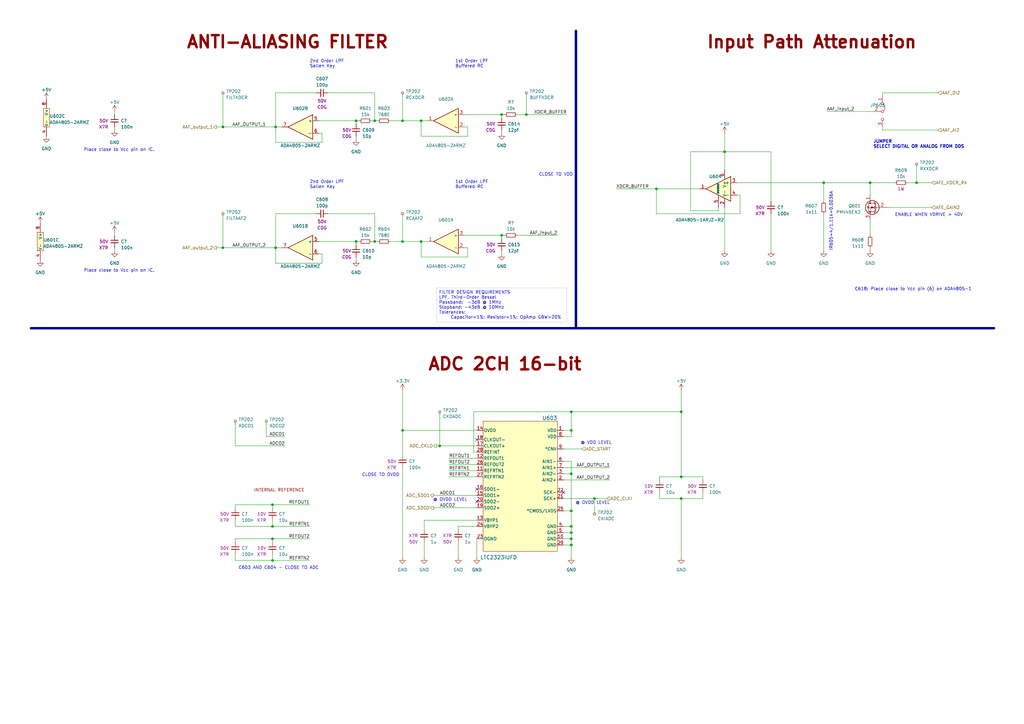
<source format=kicad_sch>
(kicad_sch (version 20230121) (generator eeschema)
  (paper "A3")
  (title_block (title "Velocity Sensor - Version 04") (date "2023-09-07") (rev "A") (company "Swiss Ocean Tech AG") (comment 1 "Designer: SNI, EVE"))
  (lib_symbols
    (symbol "Connector:TestPoint_Small" (pin_numbers hide) (pin_names (offset 0.762) hide)
      (property "Reference" "TP" (at 0 3.81 0))
      (property "Value" "TestPoint_Small" (at 0 2.032 0))
      (symbol "TestPoint_Small_1_1"
        (pin passive line (at 0 0 90) (length 0) (name "1") (number "1"))
      )
    )
    (symbol "Device:C_Small" (pin_numbers hide) (pin_names (offset 0.254) hide)
      (property "Reference" "C" (at 0.254 1.778 0))
      (property "Value" "C_Small" (at 0.254 -2.032 0))
      (symbol "C_Small_1_1"
        (pin passive line (at 0 2.54 270) (length 2.032) (name "~") (number "1"))
        (pin passive line (at 0 -2.54 90) (length 2.032) (name "~") (number "2"))
      )
    )
    (symbol "Device:R_Small" (pin_numbers hide) (pin_names (offset 0.254) hide)
      (property "Reference" "R" (at 0.762 0.508 0))
      (property "Value" "R_Small" (at 0.762 -1.016 0))
      (symbol "R_Small_1_1"
        (pin passive line (at 0 2.54 270) (length 0.762) (name "~") (number "1"))
        (pin passive line (at 0 -2.54 90) (length 0.762) (name "~") (number "2"))
      )
    )
    (symbol "Jumper:Jumper_3_Bridged12" (pin_names (offset 0) hide)
      (property "Reference" "JP" (at -2.54 -2.54 0))
      (property "Value" "Jumper_3_Bridged12" (at 0 2.794 0))
      (symbol "Jumper_3_Bridged12_1_1"
        (pin passive line (at -6.35 0 0) (length 2.54) (name "A") (number "1"))
        (pin passive line (at 0 -3.81 90) (length 2.54) (name "C") (number "2"))
        (pin passive line (at 6.35 0 180) (length 2.54) (name "B") (number "3"))
      )
    )
    (symbol "SOC_ADC:LTC2323IUFD-16-PBF" (pin_names (offset 0.254))
      (property "Reference" "U" (at 24.13 24.13 0))
      (property "Value" "LTC2323IUFD-16-PBF" (at 24.13 21.59 0))
      (symbol "LTC2323IUFD-16-PBF_1_1"
        (pin power_in line (at 5.08 6.35 0) (length 2.54) (name "VDD") (number "1"))
        (pin power_in line (at 5.08 -38.1 0) (length 2.54) (name "GND") (number "10"))
        (pin output line (at 40.64 -10.16 180) (length 2.54) (name "REFRTN1") (number "11"))
        (pin output line (at 40.64 -5.08 180) (length 2.54) (name "REFOUT1") (number "12"))
        (pin output line (at 40.64 -30.48 180) (length 2.54) (name "VBYP1") (number "13"))
        (pin power_in line (at 40.64 6.35 180) (length 2.54) (name "OVDD") (number "14"))
        (pin output line (at 40.64 -20.32 180) (length 2.54) (name "SDO1+") (number "15"))
        (pin output line (at 40.64 -17.78 180) (length 2.54) (name "SDO1-") (number "16"))
        (pin output line (at 40.64 0 180) (length 2.54) (name "CLKOUT+") (number "17"))
        (pin output line (at 40.64 2.54 180) (length 2.54) (name "CLKOUT-") (number "18"))
        (pin output line (at 40.64 -25.4 180) (length 2.54) (name "SDO2+") (number "19"))
        (pin input line (at 5.08 -13.97 0) (length 2.54) (name "AIN2+") (number "2"))
        (pin output line (at 40.64 -22.86 180) (length 2.54) (name "SDO2-") (number "20"))
        (pin input line (at 5.08 -21.59 0) (length 2.54) (name "SCK+") (number "21"))
        (pin input line (at 5.08 -19.05 0) (length 2.54) (name "SCK-") (number "22"))
        (pin power_in line (at 40.64 -38.1 180) (length 2.54) (name "OGND") (number "23"))
        (pin output line (at 40.64 -33.02 180) (length 2.54) (name "VBYP2") (number "24"))
        (pin bidirectional line (at 5.08 -26.67 0) (length 2.54) (name "*CMOS/LVDS") (number "25"))
        (pin output line (at 40.64 -7.62 180) (length 2.54) (name "REFOUT2") (number "26"))
        (pin output line (at 40.64 -12.7 180) (length 2.54) (name "REFRTN2") (number "27"))
        (pin output line (at 40.64 -2.54 180) (length 2.54) (name "REFINT") (number "28"))
        (pin power_in line (at 5.08 -40.64 0) (length 2.54) (name "GND") (number "29"))
        (pin input line (at 5.08 -11.43 0) (length 2.54) (name "AIN2-") (number "3"))
        (pin power_in line (at 5.08 -33.02 0) (length 2.54) (name "GND") (number "4"))
        (pin power_in line (at 5.08 -35.56 0) (length 2.54) (name "GND") (number "5"))
        (pin input line (at 5.08 -6.35 0) (length 2.54) (name "AIN1-") (number "6"))
        (pin input line (at 5.08 -8.89 0) (length 2.54) (name "AIN1+") (number "7"))
        (pin power_in line (at 5.08 3.81 0) (length 2.54) (name "VDD") (number "8"))
        (pin input line (at 5.08 -1.27 0) (length 2.54) (name "*CNV") (number "9"))
      )
    )
    (symbol "SOC_Misc:ADA4805-1ARJZ-R2"
      (property "Reference" "U" (at 20.32 30.48 0))
      (property "Value" "ADA4805-1ARJZ-R2" (at 20.32 21.59 0))
      (symbol "ADA4805-1ARJZ-R2_1_1"
        (pin output line (at 26.67 24.13 180) (length 2.54) (name "~") (number "1"))
        (pin power_in line (at 16.51 16.51 90) (length 3.81) (name "V-") (number "2"))
        (pin input line (at 11.43 26.67 0) (length 2.54) (name "+") (number "3"))
        (pin input line (at 11.43 21.59 0) (length 2.54) (name "-") (number "4"))
        (pin input line (at 19.05 16.51 90) (length 5.08) (name "~{SHUTDOWN}") (number "5"))
        (pin power_in line (at 16.51 31.75 270) (length 3.81) (name "V+") (number "6"))
      )
    )
    (symbol "SOC_Misc:ADA4805-2ARM" (pin_names (offset 0.127))
      (property "Reference" "U" (at 0 5.08 0))
      (property "Value" "ADA4805-2ARMZ" (at 0 -5.08 0))
      (symbol "ADA4805-2ARM_1_1"
        (pin output line (at 7.62 0 180) (length 2.54) (name "~") (number "1"))
        (pin input line (at -7.62 -2.54 0) (length 2.54) (name "-") (number "2"))
        (pin input line (at -7.62 2.54 0) (length 2.54) (name "+") (number "3"))
      )
      (symbol "ADA4805-2ARM_2_1"
        (pin input line (at -7.62 2.54 0) (length 2.54) (name "+") (number "5"))
        (pin input line (at -7.62 -2.54 0) (length 2.54) (name "-") (number "6"))
        (pin output line (at 7.62 0 180) (length 2.54) (name "~") (number "7"))
      )
      (symbol "ADA4805-2ARM_3_1"
        (pin power_in line (at -2.54 -7.62 90) (length 3.81) (name "V-") (number "4"))
        (pin power_in line (at -2.54 7.62 270) (length 3.81) (name "V+") (number "8"))
      )
    )
    (symbol "SOC_Misc:PMV45EN2" (pin_names (offset 0) hide)
      (property "Reference" "Q" (at 5.08 1.905 0))
      (property "Value" "PMV45EN2" (at 5.08 0 0))
      (symbol "PMV45EN2_1_1"
        (pin passive line (at 2.54 5.08 270) (length 2.54) (name "D") (number "1"))
        (pin input line (at -5.08 0 0) (length 5.334) (name "G") (number "2"))
        (pin passive line (at 2.54 -5.08 90) (length 2.54) (name "S") (number "3"))
      )
    )
    (symbol "power:+3.3V" (power) (pin_names (offset 0))
      (property "Value" "+3.3V" (at 0 3.556 0))
      (symbol "+3.3V_1_1"
        (pin power_in line (at 0 0 90) (length 0) hide (name "+3.3V") (number "1"))
      )
    )
    (symbol "power:+5V" (power) (pin_names (offset 0))
      (property "Value" "+5V" (at 0 3.556 0))
      (symbol "+5V_1_1"
        (pin power_in line (at 0 0 90) (length 0) hide (name "+5V") (number "1"))
      )
    )
    (symbol "power:GND" (power) (pin_names (offset 0))
      (property "Value" "GND" (at 0 -3.81 0))
      (symbol "GND_1_1"
        (pin power_in line (at 0 0 270) (length 0) hide (name "GND") (number "1"))
      )
    )
  )
  (junction (at 165.1 49.53))
  (junction (at 146.05 99.06))
  (junction (at 205.74 96.52))
  (junction (at 113.03 52.07))
  (junction (at 153.67 49.53))
  (junction (at 337.82 74.93))
  (junction (at 234.315 194.31))
  (junction (at 111.76 215.9))
  (junction (at 180.34 182.88))
  (junction (at 279.4 204.47))
  (junction (at 172.72 99.06))
  (junction (at 205.74 46.99))
  (junction (at 243.84 204.47))
  (junction (at 234.315 168.91))
  (junction (at 215.9 46.99))
  (junction (at 111.76 220.98))
  (junction (at 234.315 223.52))
  (junction (at 165.1 99.06))
  (junction (at 234.315 220.98))
  (junction (at 279.4 168.91))
  (junction (at 153.67 99.06))
  (junction (at 111.76 207.01))
  (junction (at 165.1 176.53))
  (junction (at 234.315 218.44))
  (junction (at 91.44 52.07))
  (junction (at 111.76 229.87))
  (junction (at 234.315 209.55))
  (junction (at 234.315 215.9))
  (junction (at 356.87 74.93))
  (junction (at 269.24 77.47))
  (junction (at 146.05 49.53))
  (junction (at 297.18 62.23))
  (junction (at 113.03 101.6))
  (junction (at 279.4 195.58))
  (junction (at 172.72 49.53))
  (junction (at 234.315 176.53))
  (junction (at 375.92 74.93))
  (junction (at 91.44 101.6))
  (no_connect (at 195.58 180.34))
  (no_connect (at 195.58 200.66))
  (no_connect (at 231.14 201.93))
  (no_connect (at 195.58 205.74))
  (wire (pts (xy 294.64 85.09) (xy 294.64 86.36)))
  (wire (pts (xy 297.18 85.09) (xy 297.18 102.87)))
  (wire (pts (xy 195.58 182.88) (xy 180.34 182.88)))
  (wire (pts (xy 130.81 104.14) (xy 132.08 104.14)))
  (wire (pts (xy 96.52 229.87) (xy 111.76 229.87)))
  (wire (pts (xy 187.96 215.9) (xy 195.58 215.9)))
  (wire (pts (xy 234.315 176.53) (xy 234.315 179.07)))
  (wire (pts (xy 234.315 223.52) (xy 231.14 223.52)))
  (wire (pts (xy 180.34 182.88) (xy 179.07 182.88)))
  (wire (pts (xy 382.27 74.93) (xy 375.92 74.93)))
  (wire (pts (xy 91.44 101.6) (xy 88.9 101.6)))
  (wire (pts (xy 165.1 49.53) (xy 160.02 49.53)))
  (wire (pts (xy 234.315 228.6) (xy 234.315 223.52)))
  (wire (pts (xy 288.29 204.47) (xy 279.4 204.47)))
  (wire (pts (xy 288.29 195.58) (xy 288.29 196.85)))
  (wire (pts (xy 269.24 77.47) (xy 252.73 77.47)))
  (wire (pts (xy 316.23 87.63) (xy 316.23 102.87)))
  (wire (pts (xy 234.315 209.55) (xy 234.315 215.9)))
  (wire (pts (xy 153.67 87.63) (xy 153.67 99.06)))
  (wire (pts (xy 337.82 74.93) (xy 337.82 82.55)))
  (polyline (pts (xy 236.22 134.62) (xy 407.67 134.62)) (stroke (width 1) (color 0 0 132 1)))
  (wire (pts (xy 234.315 220.98) (xy 231.14 220.98)))
  (wire (pts (xy 187.96 222.25) (xy 187.96 228.6)))
  (wire (pts (xy 205.74 96.52) (xy 190.5 96.52)))
  (wire (pts (xy 248.92 204.47) (xy 243.84 204.47)))
  (wire (pts (xy 165.1 160.02) (xy 165.1 176.53)))
  (wire (pts (xy 180.34 168.91) (xy 180.34 182.88)))
  (wire (pts (xy 215.9 46.99) (xy 212.09 46.99)))
  (wire (pts (xy 109.22 172.72) (xy 109.22 179.07)))
  (wire (pts (xy 172.72 55.88) (xy 172.72 49.53)))
  (wire (pts (xy 195.58 203.2) (xy 177.8 203.2)))
  (wire (pts (xy 191.77 101.6) (xy 191.77 105.41)))
  (wire (pts (xy 228.6 96.52) (xy 212.09 96.52)))
  (wire (pts (xy 303.53 87.63) (xy 303.53 80.01)))
  (wire (pts (xy 361.95 38.1) (xy 361.95 39.37)))
  (wire (pts (xy 356.87 74.93) (xy 356.87 80.01)))
  (wire (pts (xy 215.9 38.1) (xy 215.9 46.99)))
  (wire (pts (xy 243.84 204.47) (xy 231.14 204.47)))
  (wire (pts (xy 207.01 96.52) (xy 205.74 96.52)))
  (wire (pts (xy 195.58 208.28) (xy 177.8 208.28)))
  (wire (pts (xy 146.05 99.06) (xy 130.81 99.06)))
  (wire (pts (xy 165.1 49.53) (xy 172.72 49.53)))
  (wire (pts (xy 303.53 80.01) (xy 302.26 80.01)))
  (wire (pts (xy 111.76 213.36) (xy 111.76 215.9)))
  (wire (pts (xy 96.52 172.72) (xy 96.52 182.88)))
  (wire (pts (xy 172.72 105.41) (xy 172.72 99.06)))
  (wire (pts (xy 132.08 104.14) (xy 132.08 107.95)))
  (wire (pts (xy 96.52 207.01) (xy 96.52 208.28)))
  (wire (pts (xy 232.41 46.99) (xy 215.9 46.99)))
  (wire (pts (xy 96.52 215.9) (xy 111.76 215.9)))
  (wire (pts (xy 111.76 229.87) (xy 127 229.87)))
  (wire (pts (xy 337.82 74.93) (xy 356.87 74.93)))
  (wire (pts (xy 154.94 49.53) (xy 153.67 49.53)))
  (wire (pts (xy 234.315 179.07) (xy 231.14 179.07)))
  (wire (pts (xy 288.29 195.58) (xy 279.4 195.58)))
  (wire (pts (xy 172.72 49.53) (xy 175.26 49.53)))
  (wire (pts (xy 279.4 204.47) (xy 270.51 204.47)))
  (wire (pts (xy 234.315 223.52) (xy 234.315 220.98)))
  (wire (pts (xy 146.05 99.06) (xy 146.05 100.33)))
  (wire (pts (xy 297.18 62.23) (xy 316.23 62.23)))
  (wire (pts (xy 190.5 52.07) (xy 191.77 52.07)))
  (wire (pts (xy 132.08 54.61) (xy 132.08 58.42)))
  (wire (pts (xy 111.76 220.98) (xy 127 220.98)))
  (wire (pts (xy 337.82 87.63) (xy 337.82 102.87)))
  (wire (pts (xy 375.92 67.31) (xy 375.92 74.93)))
  (wire (pts (xy 111.76 227.33) (xy 111.76 229.87)))
  (wire (pts (xy 234.315 220.98) (xy 234.315 218.44)))
  (wire (pts (xy 205.74 46.99) (xy 190.5 46.99)))
  (wire (pts (xy 234.315 189.23) (xy 234.315 194.31)))
  (wire (pts (xy 111.76 207.01) (xy 127 207.01)))
  (wire (pts (xy 165.1 87.63) (xy 165.1 99.06)))
  (wire (pts (xy 113.03 38.1) (xy 113.03 52.07)))
  (wire (pts (xy 113.03 52.07) (xy 91.44 52.07)))
  (wire (pts (xy 283.21 86.36) (xy 283.21 62.23)))
  (wire (pts (xy 146.05 49.53) (xy 146.05 50.8)))
  (wire (pts (xy 283.21 62.23) (xy 297.18 62.23)))
  (wire (pts (xy 187.96 217.17) (xy 187.96 215.9)))
  (wire (pts (xy 250.19 191.77) (xy 231.14 191.77)))
  (wire (pts (xy 109.22 179.07) (xy 116.84 179.07)))
  (wire (pts (xy 205.74 46.99) (xy 205.74 48.26)))
  (wire (pts (xy 111.76 208.28) (xy 111.76 207.01)))
  (wire (pts (xy 194.31 168.91) (xy 194.31 185.42)))
  (wire (pts (xy 153.67 99.06) (xy 152.4 99.06)))
  (wire (pts (xy 172.72 99.06) (xy 175.26 99.06)))
  (wire (pts (xy 147.32 99.06) (xy 146.05 99.06)))
  (wire (pts (xy 134.62 87.63) (xy 153.67 87.63)))
  (wire (pts (xy 195.58 220.98) (xy 195.58 228.6)))
  (wire (pts (xy 195.58 176.53) (xy 165.1 176.53)))
  (wire (pts (xy 279.4 204.47) (xy 279.4 228.6)))
  (wire (pts (xy 234.315 194.31) (xy 234.315 209.55)))
  (wire (pts (xy 113.03 87.63) (xy 113.03 101.6)))
  (wire (pts (xy 91.44 38.1) (xy 91.44 52.07)))
  (wire (pts (xy 207.01 46.99) (xy 205.74 46.99)))
  (wire (pts (xy 195.58 193.04) (xy 184.15 193.04)))
  (wire (pts (xy 195.58 195.58) (xy 184.15 195.58)))
  (wire (pts (xy 375.92 74.93) (xy 372.11 74.93)))
  (wire (pts (xy 113.03 101.6) (xy 115.57 101.6)))
  (wire (pts (xy 113.03 52.07) (xy 115.57 52.07)))
  (wire (pts (xy 46.99 45.72) (xy 46.99 46.99)))
  (wire (pts (xy 297.18 54.61) (xy 297.18 62.23)))
  (wire (pts (xy 129.54 38.1) (xy 113.03 38.1)))
  (wire (pts (xy 146.05 105.41) (xy 146.05 106.68)))
  (wire (pts (xy 297.18 62.23) (xy 297.18 69.85)))
  (wire (pts (xy 91.44 87.63) (xy 91.44 101.6)))
  (wire (pts (xy 205.74 53.34) (xy 205.74 54.61)))
  (wire (pts (xy 270.51 195.58) (xy 279.4 195.58)))
  (wire (pts (xy 238.76 184.15) (xy 231.14 184.15)))
  (wire (pts (xy 234.315 218.44) (xy 234.315 215.9)))
  (wire (pts (xy 279.4 168.91) (xy 234.315 168.91)))
  (wire (pts (xy 130.81 54.61) (xy 132.08 54.61)))
  (wire (pts (xy 269.24 77.47) (xy 287.02 77.47)))
  (wire (pts (xy 339.09 45.72) (xy 358.14 45.72)))
  (wire (pts (xy 134.62 38.1) (xy 153.67 38.1)))
  (wire (pts (xy 234.315 168.91) (xy 194.31 168.91)))
  (wire (pts (xy 132.08 58.42) (xy 113.03 58.42)))
  (wire (pts (xy 153.67 49.53) (xy 152.4 49.53)))
  (wire (pts (xy 243.84 204.47) (xy 243.84 210.82)))
  (wire (pts (xy 234.315 209.55) (xy 231.14 209.55)))
  (wire (pts (xy 279.4 168.91) (xy 279.4 195.58)))
  (wire (pts (xy 113.03 58.42) (xy 113.03 52.07)))
  (wire (pts (xy 154.94 99.06) (xy 153.67 99.06)))
  (wire (pts (xy 146.05 49.53) (xy 130.81 49.53)))
  (wire (pts (xy 113.03 107.95) (xy 113.03 101.6)))
  (wire (pts (xy 250.19 196.85) (xy 231.14 196.85)))
  (wire (pts (xy 173.99 217.17) (xy 173.99 213.36)))
  (wire (pts (xy 172.72 99.06) (xy 165.1 99.06)))
  (wire (pts (xy 191.77 52.07) (xy 191.77 55.88)))
  (wire (pts (xy 111.76 207.01) (xy 96.52 207.01)))
  (wire (pts (xy 132.08 107.95) (xy 113.03 107.95)))
  (wire (pts (xy 96.52 220.98) (xy 96.52 222.25)))
  (wire (pts (xy 269.24 87.63) (xy 303.53 87.63)))
  (wire (pts (xy 384.81 53.34) (xy 361.95 53.34)))
  (wire (pts (xy 364.49 85.09) (xy 382.27 85.09)))
  (wire (pts (xy 191.77 105.41) (xy 172.72 105.41)))
  (wire (pts (xy 269.24 77.47) (xy 269.24 87.63)))
  (wire (pts (xy 191.77 55.88) (xy 172.72 55.88)))
  (wire (pts (xy 294.64 86.36) (xy 283.21 86.36)))
  (wire (pts (xy 111.76 215.9) (xy 127 215.9)))
  (wire (pts (xy 356.87 101.6) (xy 356.87 102.87)))
  (wire (pts (xy 195.58 185.42) (xy 194.31 185.42)))
  (wire (pts (xy 270.51 201.93) (xy 270.51 204.47)))
  (wire (pts (xy 96.52 227.33) (xy 96.52 229.87)))
  (wire (pts (xy 113.03 101.6) (xy 91.44 101.6)))
  (polyline (pts (xy 236.22 12.7) (xy 236.22 134.62)) (stroke (width 1) (color 0 0 132 1)))
  (wire (pts (xy 165.1 191.77) (xy 165.1 228.6)))
  (wire (pts (xy 234.315 215.9) (xy 231.14 215.9)))
  (wire (pts (xy 384.81 38.1) (xy 361.95 38.1)))
  (wire (pts (xy 316.23 82.55) (xy 316.23 62.23)))
  (wire (pts (xy 46.99 95.25) (xy 46.99 96.52)))
  (wire (pts (xy 129.54 87.63) (xy 113.03 87.63)))
  (wire (pts (xy 337.82 74.93) (xy 302.26 74.93)))
  (wire (pts (xy 270.51 196.85) (xy 270.51 195.58)))
  (wire (pts (xy 195.58 190.5) (xy 184.15 190.5)))
  (wire (pts (xy 111.76 220.98) (xy 96.52 220.98)))
  (wire (pts (xy 165.1 99.06) (xy 160.02 99.06)))
  (wire (pts (xy 173.99 222.25) (xy 173.99 228.6)))
  (wire (pts (xy 111.76 222.25) (xy 111.76 220.98)))
  (wire (pts (xy 46.99 52.07) (xy 46.99 53.34)))
  (wire (pts (xy 356.87 74.93) (xy 367.03 74.93)))
  (wire (pts (xy 234.315 176.53) (xy 231.14 176.53)))
  (wire (pts (xy 153.67 38.1) (xy 153.67 49.53)))
  (wire (pts (xy 96.52 182.88) (xy 116.84 182.88)))
  (wire (pts (xy 356.87 90.17) (xy 356.87 96.52)))
  (wire (pts (xy 234.315 218.44) (xy 231.14 218.44)))
  (wire (pts (xy 195.58 187.96) (xy 184.15 187.96)))
  (wire (pts (xy 190.5 101.6) (xy 191.77 101.6)))
  (wire (pts (xy 205.74 96.52) (xy 205.74 97.79)))
  (wire (pts (xy 91.44 52.07) (xy 88.9 52.07)))
  (wire (pts (xy 234.315 189.23) (xy 231.14 189.23)))
  (wire (pts (xy 96.52 213.36) (xy 96.52 215.9)))
  (wire (pts (xy 234.315 194.31) (xy 231.14 194.31)))
  (wire (pts (xy 173.99 213.36) (xy 195.58 213.36)))
  (wire (pts (xy 234.315 168.91) (xy 234.315 176.53)))
  (wire (pts (xy 288.29 201.93) (xy 288.29 204.47)))
  (wire (pts (xy 165.1 38.1) (xy 165.1 49.53)))
  (wire (pts (xy 46.99 101.6) (xy 46.99 102.87)))
  (wire (pts (xy 147.32 49.53) (xy 146.05 49.53)))
  (wire (pts (xy 146.05 55.88) (xy 146.05 57.15)))
  (polyline (pts (xy 12.7 134.62) (xy 236.22 134.62)) (stroke (width 1) (color 0 0 132 1)))
  (wire (pts (xy 361.95 52.07) (xy 361.95 53.34)))
  (wire (pts (xy 165.1 176.53) (xy 165.1 186.69)))
  (wire (pts (xy 279.4 160.02) (xy 279.4 168.91)))
  (wire (pts (xy 205.74 102.87) (xy 205.74 104.14)))
  (text_box "FILTER DESIGN REQUIREMENTS\nLPF, Third-Order Bessel\nPassband:  -3dB @ 1MHz\nStopband: -43dB @ 10MHz\nTolerances: \n	Capacitor=1%; Resistor=1%; OpAmp GBW=20%" (at 179.07 118.11 0) (size 53.34 13.97) (stroke (width 0) (type dot)) (effects (font (size 1.27 1.27)) (justify left top)))
  (text "@ VDD LEVEL" (at 250.952 182.372 0) (effects (font (size 1.27 1.27)) (justify right bottom)))
  (text "ADC 2CH 16-bit" (at 175.26 152.4 0) (effects (font (size 5 5) (thickness 1) bold) (justify left bottom)))
  (text "@ OVDD LEVEL" (at 250.19 207.01 0) (effects (font (size 1.27 1.27)) (justify right bottom)))
  (text "ANTI-ALIASING FILTER" (at 76.2 20.32 0) (effects (font (size 5 5) (thickness 1) bold) (justify left bottom)))
  (text "1st Order LPF\nBuffered RC" (at 186.69 77.47 0) (effects (font (size 1.27 1.27)) (justify left bottom)))
  (text "1st Order LPF\nBuffered RC" (at 186.69 27.94 0) (effects (font (size 1.27 1.27)) (justify left bottom)))
  (text "@ OVDD LEVEL" (at 191.77 205.74 0) (effects (font (size 1.27 1.27)) (justify right bottom)))
  (text "CLOSE TO VDD" (at 220.98 72.39 0) (effects (font (size 1.27 1.27)) (justify left bottom)))
  (text "C618: Place close to Vcc pin (6) on ADA4805-1" (at 350.52 119.38 0) (effects (font (size 1.27 1.27)) (justify left bottom)))
  (text "2nd Order LPF\nSallen Key" (at 127 77.47 0) (effects (font (size 1.27 1.27)) (justify left bottom)))
  (text "Place close to Vcc pin on IC." (at 34.29 111.76 0) (effects (font (size 1.27 1.27)) (justify left bottom)))
  (text "Place close to Vcc pin on IC." (at 34.29 62.23 0) (effects (font (size 1.27 1.27)) (justify left bottom)))
  (text "INTERNAL REFERENCE" (at 104.14 201.93 0) (effects (font (size 1.27 1.27)) (justify left bottom)))
  (text "ENABLE WHEN VDRIVE > 40V" (at 367.03 88.9 0) (effects (font (size 1.27 1.27)) (justify left bottom)))
  (text "Input Path Attenuation" (at 289.56 20.32 0) (effects (font (size 5 5) (thickness 1) bold) (justify left bottom)))
  (text "C603 AND C604 - CLOSE TO ADC" (at 97.79 233.68 0) (effects (font (size 1.27 1.27)) (justify left bottom)))
  (text "IR605=4/1.11k=0.0036A" (at 341.63 102.87 90) (effects (font (size 1.27 1.27)) (justify left bottom)))
  (text "CLOSE TO OVDD" (at 163.83 195.58 0) (effects (font (size 1.27 1.27)) (justify right bottom)))
  (text "JUMPER\nSELECT DIGITAL OR ANALOG FROM DDS\n" (at 358.14 60.96 0) (effects (font (size 1.27 1.27) bold) (justify left bottom)))
  (text "2nd Order LPF\nSallen Key" (at 127 27.94 0) (effects (font (size 1.27 1.27)) (justify left bottom)))
  (label "AAF_OUTPUT_1" (at 95.25 52.07 0))
  (label "ADCO1" (at 116.84 179.07 180))
  (label "REFRTN1" (at 127 215.9 180))
  (label "ADCO2" (at 116.84 182.88 180))
  (label "AAF_OUTPUT_1" (at 250.19 191.77 180))
  (label "ADCO1" (at 180.34 203.2 0))
  (label "REFRTN2" (at 184.15 195.58 0))
  (label "AAF_input_2" (at 339.09 45.72 0))
  (label "AAF_OUTPUT_2" (at 250.19 196.85 180))
  (label "AAF_OUTPUT_2" (at 95.25 101.6 0))
  (label "REFRTN1" (at 184.15 193.04 0))
  (label "AAF_input_2" (at 228.6 96.52 180))
  (label "XDCR_BUFFER" (at 232.41 46.99 180))
  (label "XDCR_BUFFER" (at 252.73 77.47 0))
  (label "REFOUT2" (at 184.15 190.5 0))
  (label "ADCO2" (at 180.34 208.28 0))
  (label "REFRTN2" (at 127 229.87 180))
  (label "REFOUT1" (at 184.15 187.96 0))
  (label "REFOUT1" (at 127 207.01 180))
  (label "REFOUT2" (at 127 220.98 180))
  (hierarchical_label "ADC_SDO1" (shape output) (at 177.8 203.2 180))
  (hierarchical_label "ADC_CLKI" (shape input) (at 248.92 204.47 0))
  (hierarchical_label "AFE_XDCR_RX" (shape input) (at 382.27 74.93 0))
  (hierarchical_label "ADC_SDO2" (shape output) (at 177.8 208.28 180))
  (hierarchical_label "AFE_GAIN2" (shape input) (at 382.27 85.09 0))
  (hierarchical_label "AAF_output_2" (shape output) (at 88.9 101.6 180))
  (hierarchical_label "AAF_AI2" (shape input) (at 384.81 53.34 0))
  (hierarchical_label "ADC_START" (shape input) (at 238.76 184.15 0))
  (hierarchical_label "ADC_CKLO" (shape output) (at 179.07 182.88 180))
  (hierarchical_label "AAF_output_1" (shape output) (at 88.9 52.07 180))
  (hierarchical_label "AAF_DI2" (shape input) (at 384.81 38.1 0))
  (symbol (lib_id "power:GND") (at 195.58 228.6 0) (mirror y) (unit 1)
    (property "Reference" "#PWR0615" (effects hide))
    (property "Value" "GND" (at 195.58 233.68 0))
  )
  (symbol (lib_id "Connector:TestPoint_Small") (at 243.84 210.82 0) (unit 1)
    (property "Reference" "TP202" (at 245.11 210.185 0) (effects (justify left)))
    (property "Value" "CKIADC" (at 245.11 212.725 0) (effects (justify left)))
    (property "Footprint" "TestPoint:TestPoint_THTPad_D1.0mm_Drill0.5mm" (effects hide))
    (instances (project "pp1_vsensor_v4" (path "" (reference "TP202") (unit 1)) (path "" (reference "TP609") (unit 1))))
  )
  (symbol (lib_id "power:+5V") (at 297.18 54.61 0) (mirror y) (unit 1)
    (property "Reference" "#PWR0621" (effects hide))
    (property "Value" "+5V" (at 297.18 50.8 0))
  )
  (symbol (lib_id "Device:C_Small") (at 316.23 85.09 0) (unit 1)
    (property "Reference" "C?" (at 318.77 85.09 0) (effects (justify left)))
    (property "Value" "100n" (at 318.77 87.63 0) (effects (justify left)))
    (property "Footprint" "Capacitor_SMD:C_0402_1005Metric" (effects hide))
    (property "MPN" "CC0402KRX7R9BB104" (effects hide))
    (property "Digi-Key_PN" "311-3566-1-ND" (effects hide))
    (property "Mouser_PN" "603-CC402KRX7R9BB104" (effects hide))
    (property "VOLTAGE" "50V" (at 313.69 85.09 0) (effects (justify right)))
    (property "CLASS" "X7R" (at 313.69 87.63 0) (effects (justify right)))
    (property "Description" "0.1uF 0402 50V" (effects hide))
    (instances (project "pp1_vsensor_v4" (path "" (reference "C?") (unit 1)) (path "" (reference "C618") (unit 1))))
  )
  (symbol (lib_id "SOC_ADC:LTC2323IUFD-16-PBF") (at 236.22 182.88 0) (mirror y) (unit 1)
    (property "Reference" "U603" (at 228.6 171.45 0) (effects (font (size 1.524 1.524)) (justify left)))
    (property "Value" "LTC2323IUFD" (at 212.09 228.6 0) (effects (font (size 1.524 1.524)) (justify left)))
    (property "Footprint" "SOC_SMD:LTC2323" (effects hide))
    (property "Datasheet" "LTC2323IUFD-16-PBF" (effects hide))
    (property "MPN" "LTC2323IUFD-16#PBF" (effects hide))
    (property "Digi-Key_PN" "505-LTC2323IUFD-16#PBF-ND" (effects hide))
    (property "Mouser_PN" "584-C2323IUFD-16PBF" (effects hide))
  )
  (symbol (lib_id "power:GND") (at 316.23 102.87 0) (mirror y) (unit 1)
    (property "Reference" "#PWR0623" (effects hide))
    (property "Value" "GND" (at 316.23 107.95 0))
  )
  (symbol (lib_id "Connector:TestPoint_Small") (at 109.22 172.72 0) (unit 1)
    (property "Reference" "TP202" (at 110.49 172.085 0) (effects (justify left)))
    (property "Value" "ADCO2" (at 110.49 174.625 0) (effects (justify left)))
    (property "Footprint" "TestPoint:TestPoint_THTPad_D1.0mm_Drill0.5mm" (effects hide))
    (instances (project "pp1_vsensor_v4" (path "" (reference "TP202") (unit 1)) (path "" (reference "TP604") (unit 1))))
  )
  (symbol (lib_id "Device:C_Small") (at 46.99 49.53 0) (unit 1)
    (property "Reference" "C?" (at 49.53 49.53 0) (effects (justify left)))
    (property "Value" "100n" (at 49.53 52.07 0) (effects (justify left)))
    (property "Footprint" "Capacitor_SMD:C_0402_1005Metric" (effects hide))
    (property "MPN" "CC0402KRX7R9BB104" (effects hide))
    (property "Digi-Key_PN" "311-3566-1-ND" (effects hide))
    (property "Mouser_PN" "603-CC402KRX7R9BB104" (effects hide))
    (property "VOLTAGE" "50V" (at 44.45 49.53 0) (effects (justify right)))
    (property "CLASS" "X7R" (at 44.45 52.07 0) (effects (justify right)))
    (property "Description" "0.1uF 0402 50V" (effects hide))
    (instances (project "pp1_vsensor_v4" (path "" (reference "C?") (unit 1)) (path "" (reference "C601") (unit 1))))
  )
  (symbol (lib_id "power:+3.3V") (at 165.1 160.02 0) (mirror y) (unit 1)
    (property "Reference" "#PWR0611" (effects hide))
    (property "Value" "+3.3V" (at 165.1 156.21 0))
  )
  (symbol (lib_id "Device:R_Small") (at 209.55 46.99 90) (mirror x) (unit 1)
    (property "Reference" "R?" (at 209.55 41.91 90))
    (property "Value" "10k" (at 209.55 44.45 90))
    (property "Footprint" "Resistor_SMD:R_0603_1608Metric" (effects hide))
    (property "MPN" "RC0603FR-0710KP" (effects hide))
    (property "Digi-Key_PN" "YAG1290CT-ND" (effects hide))
    (property "Mouser_PN" "603-RC0603FR-0710KP" (effects hide))
    (instances (project "pp1_vsensor_v4" (path "" (reference "R?") (unit 1)) (path "" (reference "R?") (unit 1)) (path "" (reference "R605") (unit 1))))
  )
  (symbol (lib_id "power:+5V") (at 19.05 40.64 0) (unit 1)
    (property "Reference" "#PWR0603" (effects hide))
    (property "Value" "+5V" (at 19.05 36.83 0))
  )
  (symbol (lib_id "Connector:TestPoint_Small") (at 165.1 87.63 0) (unit 1)
    (property "Reference" "TP202" (at 166.37 86.995 0) (effects (justify left)))
    (property "Value" "RCAAF2" (at 166.37 89.535 0) (effects (justify left)))
    (property "Footprint" "TestPoint:TestPoint_THTPad_D1.0mm_Drill0.5mm" (effects hide))
    (instances (project "pp1_vsensor_v4" (path "" (reference "TP202") (unit 1)) (path "" (reference "TP606") (unit 1))))
  )
  (symbol (lib_id "power:+5V") (at 16.51 91.44 0) (unit 1)
    (property "Reference" "#PWR0601" (effects hide))
    (property "Value" "+5V" (at 16.51 87.63 0))
  )
  (symbol (lib_id "SOC_Misc:PMV45EN2") (at 359.41 85.09 0) (mirror y) (unit 1)
    (property "Reference" "Q601" (at 353.06 84.455 0) (effects (justify left)))
    (property "Value" "PMV45EN2" (at 353.06 86.995 0) (effects (justify left)))
    (property "Footprint" "SOC_SMD:PMV280ENEAR" (effects hide))
    (property "Datasheet" "https://assets.nexperia.com/documents/data-sheet/PMV45EN2.pdf" (effects hide))
    (property "MPN" "PMV45EN2R" (effects hide))
    (property "Digi-Key_PN" "1727-2307-1-ND" (effects hide))
  )
  (symbol (lib_id "Device:R_Small") (at 369.57 74.93 270) (mirror x) (unit 1)
    (property "Reference" "R609" (at 369.57 69.85 90))
    (property "Value" "10k" (at 369.57 72.39 90))
    (property "Footprint" "Resistor_SMD:R_0805_2012Metric" (effects hide))
    (property "MPN" "RA73F2A10KBTD" (effects hide))
    (property "Digi-Key_PN" "1712-RA73F2A10KBTDCT-ND" (effects hide))
    (property "Mouser_PN" "279-RA73F2A10KBTDF" (effects hide))
    (property "Power" "1W" (at 369.57 77.47 90))
  )
  (symbol (lib_id "power:GND") (at 205.74 104.14 0) (mirror y) (unit 1)
    (property "Reference" "#PWR0617" (effects hide))
    (property "Value" "GND" (at 205.74 109.22 0))
  )
  (symbol (lib_id "Device:C_Small") (at 132.08 38.1 270) (mirror x) (unit 1)
    (property "Reference" "C607" (at 132.08 33.02 90) (effects (justify top)))
    (property "Value" "100p" (at 132.08 35.56 90) (effects (justify top)))
    (property "Footprint" "Capacitor_SMD:C_0603_1608Metric" (effects hide))
    (property "MPN" "CC0603FRNPO9BN101" (effects hide))
    (property "Digi-Key_PN" "311-3599-1-ND" (effects hide))
    (property "Mouser_PN" "603-C0603FRNPO9BN101" (effects hide))
    (property "Voltage" "50V" (at 132.08 40.64 90) (effects (justify bottom)))
    (property "Class" "C0G" (at 132.08 43.18 90) (effects (justify bottom)))
    (property "Description" "100pF 0603 50V" (effects hide))
  )
  (symbol (lib_id "Device:C_Small") (at 132.08 87.63 270) (mirror x) (unit 1)
    (property "Reference" "C608" (at 132.08 82.55 90) (effects (justify top)))
    (property "Value" "100p" (at 132.08 85.09 90) (effects (justify top)))
    (property "Footprint" "Capacitor_SMD:C_0603_1608Metric" (effects hide))
    (property "MPN" "CC0603FRNPO9BN101" (effects hide))
    (property "Digi-Key_PN" "311-3599-1-ND" (effects hide))
    (property "Mouser_PN" "603-C0603FRNPO9BN101" (effects hide))
    (property "Voltage" "50V" (at 132.08 90.17 90) (effects (justify bottom)))
    (property "Class" "C0G" (at 132.08 92.71 90) (effects (justify bottom)))
    (property "Description" "100pF 0603 50V" (effects hide))
  )
  (symbol (lib_id "SOC_Misc:ADA4805-2ARM") (at 182.88 49.53 0) (mirror y) (unit 1)
    (property "Reference" "U602" (at 182.88 40.64 0))
    (property "Value" "ADA4805-2ARMZ" (at 182.88 59.69 0))
    (property "Footprint" "SOC_SMD:ADA4805-2ARMZ" (effects hide))
    (property "Datasheet" "https://www.analog.com/media/en/technical-documentation/data-sheets/ADA4805-1_4805-2.pdf" (effects hide))
    (property "MPN" "ADA4805-2ARMZ-R7" (effects hide))
    (property "Digi-Key_PN" "ADA4805-2ARMZ-R7CT-ND" (effects hide))
    (property "Mouser_PN" "584-ADA4805-2ARMZ-R7" (effects hide))
  )
  (symbol (lib_id "power:GND") (at 173.99 228.6 0) (mirror y) (unit 1)
    (property "Reference" "#PWR0613" (effects hide))
    (property "Value" "GND" (at 173.99 233.68 0))
  )
  (symbol (lib_id "Device:R_Small") (at 356.87 99.06 0) (mirror y) (unit 1)
    (property "Reference" "R608" (at 354.33 98.425 0) (effects (justify left)))
    (property "Value" "1k11" (at 354.33 100.965 0) (effects (justify left)))
    (property "Footprint" "Resistor_SMD:R_0603_1608Metric" (effects hide))
    (property "MPN" "AC0603FR-071K1L" (effects hide))
    (property "Digi-Key_PN" "13-AC0603FR-071K1LCT-ND" (effects hide))
    (property "Mouser_PN" "603-AC0603FR-071K1L" (effects hide))
  )
  (symbol (lib_id "Device:R_Small") (at 149.86 49.53 270) (mirror x) (unit 1)
    (property "Reference" "R601" (at 149.86 44.45 90))
    (property "Value" "15k" (at 149.86 46.99 90))
    (property "Footprint" "Resistor_SMD:R_0603_1608Metric" (effects hide))
    (property "MPN" "RC0603FR-0715KL" (effects hide))
    (property "Digi-Key_PN" "311-15.0KHRCT-ND" (effects hide))
    (property "Mouser_PN" "603-RC0603FR-0715KL" (effects hide))
  )
  (symbol (lib_id "Device:C_Small") (at 111.76 210.82 0) (mirror y) (unit 1)
    (property "Reference" "C?" (at 114.3 210.82 0) (effects (justify right)))
    (property "Value" "10u" (at 114.3 213.36 0) (effects (justify right)))
    (property "Footprint" "Capacitor_SMD:C_0603_1608Metric" (effects hide))
    (property "MPN" "GRM188R61E106MA73D" (effects hide))
    (property "Digi-Key_PN" "490-7202-1-ND" (effects hide))
    (property "Mouser_PN" "81-GRM188R61E106MA3D" (effects hide))
    (property "Voltage" "10V" (at 109.22 210.82 0) (effects (justify left)))
    (property "Class" "X7R" (at 109.22 213.36 0) (effects (justify left)))
    (property "Description" "10u 0603 25V" (effects hide))
    (instances (project "pp1_vsensor_v4" (path "" (reference "C?") (unit 1)) (path "" (reference "C605") (unit 1))))
  )
  (symbol (lib_id "power:GND") (at 187.96 228.6 0) (mirror y) (unit 1)
    (property "Reference" "#PWR0614" (effects hide))
    (property "Value" "GND" (at 187.96 233.68 0))
  )
  (symbol (lib_id "Device:R_Small") (at 157.48 99.06 270) (mirror x) (unit 1)
    (property "Reference" "R604" (at 157.48 93.98 90))
    (property "Value" "768E" (at 157.48 96.52 90))
    (property "Footprint" "Resistor_SMD:R_0603_1608Metric" (effects hide))
    (property "MPN" "RC0603FR-07768RL" (effects hide))
    (property "Digi-Key_PN" "311-768HRCT-ND" (effects hide))
    (property "Mouser_PN" "603-RC0603FR-07768RL" (effects hide))
  )
  (symbol (lib_id "Device:R_Small") (at 337.82 85.09 0) (mirror y) (unit 1)
    (property "Reference" "R607" (at 335.28 84.455 0) (effects (justify left)))
    (property "Value" "1k11" (at 335.28 86.995 0) (effects (justify left)))
    (property "Footprint" "Resistor_SMD:R_0603_1608Metric" (effects hide))
    (property "MPN" "AC0603FR-071K1L" (effects hide))
    (property "Digi-Key_PN" "13-AC0603FR-071K1LCT-ND" (effects hide))
    (property "Mouser_PN" "603-AC0603FR-071K1L" (effects hide))
  )
  (symbol (lib_id "Device:C_Small") (at 205.74 50.8 0) (mirror y) (unit 1)
    (property "Reference" "C614" (at 208.28 50.8 0) (effects (justify right)))
    (property "Value" "12pf" (at 208.28 53.34 0) (effects (justify right)))
    (property "Footprint" "Capacitor_SMD:C_0603_1608Metric" (effects hide))
    (property "MPN" "CC0603FRNPO9BN120" (effects hide))
    (property "Digi-Key_PN" "311-3885-1-ND" (effects hide))
    (property "Mouser_PN" "603-C0603FRNPO9BN120" (effects hide))
    (property "Voltage" "50V" (at 203.2 50.8 0) (effects (justify left)))
    (property "Class" "C0G" (at 203.2 53.34 0) (effects (justify left)))
    (property "Description" "12pF 0603 50V" (effects hide))
  )
  (symbol (lib_id "Device:C_Small") (at 165.1 189.23 0) (unit 1)
    (property "Reference" "C?" (at 167.64 189.23 0) (effects (justify left)))
    (property "Value" "100n" (at 167.64 191.77 0) (effects (justify left)))
    (property "Footprint" "Capacitor_SMD:C_0402_1005Metric" (effects hide))
    (property "MPN" "CC0402KRX7R9BB104" (effects hide))
    (property "Digi-Key_PN" "311-3566-1-ND" (effects hide))
    (property "Mouser_PN" "603-CC402KRX7R9BB104" (effects hide))
    (property "VOLTAGE" "50V" (at 162.56 189.23 0) (effects (justify right)))
    (property "CLASS" "X7R" (at 162.56 191.77 0) (effects (justify right)))
    (property "Description" "0.1uF 0402 50V" (effects hide))
    (instances (project "pp1_vsensor_v4" (path "" (reference "C?") (unit 1)) (path "" (reference "C611") (unit 1))))
  )
  (symbol (lib_id "Device:R_Small") (at 149.86 99.06 270) (mirror x) (unit 1)
    (property "Reference" "R602" (at 149.86 93.98 90))
    (property "Value" "15k" (at 149.86 96.52 90))
    (property "Footprint" "Resistor_SMD:R_0603_1608Metric" (effects hide))
    (property "MPN" "RC0603FR-0715KL" (effects hide))
    (property "Digi-Key_PN" "311-15.0KHRCT-ND" (effects hide))
    (property "Mouser_PN" "603-RC0603FR-0715KL" (effects hide))
  )
  (symbol (lib_id "Device:C_Small") (at 288.29 199.39 0) (unit 1)
    (property "Reference" "C?" (at 290.83 199.39 0) (effects (justify left)))
    (property "Value" "100n" (at 290.83 201.93 0) (effects (justify left)))
    (property "Footprint" "Capacitor_SMD:C_0402_1005Metric" (effects hide))
    (property "MPN" "CC0402KRX7R9BB104" (effects hide))
    (property "Digi-Key_PN" "311-3566-1-ND" (effects hide))
    (property "Mouser_PN" "603-CC402KRX7R9BB104" (effects hide))
    (property "VOLTAGE" "50V" (at 285.75 199.39 0) (effects (justify right)))
    (property "CLASS" "X7R" (at 285.75 201.93 0) (effects (justify right)))
    (property "Description" "0.1uF 0402 50V" (effects hide))
    (instances (project "pp1_vsensor_v4" (path "" (reference "C?") (unit 1)) (path "" (reference "C617") (unit 1))))
  )
  (symbol (lib_id "power:GND") (at 146.05 106.68 0) (mirror y) (unit 1)
    (property "Reference" "#PWR0610" (effects hide))
    (property "Value" "GND" (at 146.05 111.76 0))
  )
  (symbol (lib_id "SOC_Misc:ADA4805-2ARM") (at 123.19 101.6 0) (mirror y) (unit 2)
    (property "Reference" "U601" (at 123.19 92.71 0))
    (property "Value" "ADA4805-2ARMZ" (at 123.19 109.22 0))
    (property "Footprint" "SOC_SMD:ADA4805-2ARMZ" (effects hide))
    (property "Datasheet" "https://www.analog.com/media/en/technical-documentation/data-sheets/ADA4805-1_4805-2.pdf" (effects hide))
    (property "MPN" "ADA4805-2ARMZ-R7" (effects hide))
    (property "Digi-Key_PN" "ADA4805-2ARMZ-R7CT-ND" (effects hide))
    (property "Mouser_PN" "584-ADA4805-2ARMZ-R7" (effects hide))
  )
  (symbol (lib_id "power:+5V") (at 279.4 160.02 0) (mirror y) (unit 1)
    (property "Reference" "#PWR0619" (effects hide))
    (property "Value" "+5V" (at 279.4 156.21 0))
  )
  (symbol (lib_id "Device:C_Small") (at 111.76 224.79 0) (mirror y) (unit 1)
    (property "Reference" "C?" (at 114.3 224.79 0) (effects (justify right)))
    (property "Value" "10u" (at 114.3 227.33 0) (effects (justify right)))
    (property "Footprint" "Capacitor_SMD:C_0603_1608Metric" (effects hide))
    (property "MPN" "GRM188R61E106MA73D" (effects hide))
    (property "Digi-Key_PN" "490-7202-1-ND" (effects hide))
    (property "Mouser_PN" "81-GRM188R61E106MA3D" (effects hide))
    (property "Voltage" "10V" (at 109.22 224.79 0) (effects (justify left)))
    (property "Class" "X7R" (at 109.22 227.33 0) (effects (justify left)))
    (property "Description" "10u 0603 25V" (effects hide))
    (instances (project "pp1_vsensor_v4" (path "" (reference "C?") (unit 1)) (path "" (reference "C606") (unit 1))))
  )
  (symbol (lib_id "power:GND") (at 46.99 102.87 0) (unit 1)
    (property "Reference" "#PWR0608" (effects hide))
    (property "Value" "GND" (at 46.99 107.95 0))
  )
  (symbol (lib_id "SOC_Misc:ADA4805-1ARJZ-R2") (at 313.69 101.6 0) (mirror y) (unit 1)
    (property "Reference" "U604" (at 293.37 72.39 0))
    (property "Value" "ADA4805-1ARJZ-R2" (at 287.02 90.17 0))
    (property "Footprint" "SOC_SMD:ADA4805-1ARJZ-R2" (effects hide))
    (property "Datasheet" "https://componentsearchengine.com/Datasheets/1/ADA4805-1ARJZ-R2.pdf" (effects hide))
    (property "Height" "1.45" (effects hide))
    (property "Mouser_PN" "584-ADA4805-1ARJZ-R7" (effects hide))
    (property "Mouser Price/Stock" "https://www.mouser.co.uk/ProductDetail/Analog-Devices/ADA4805-1ARJZ-R2?qs=iCT64eccu7huz%252BcgtFXWVA%3D%3D" (effects hide))
    (property "Manufacturer_Name" "Analog Devices" (effects hide))
    (property "MPN" "ADA4805-1ARJZ" (effects hide))
    (property "Digi-Key_PN" "505-ADA4805-1ARJZ-R2CT-ND" (effects hide))
  )
  (symbol (lib_id "Device:C_Small") (at 146.05 53.34 0) (mirror y) (unit 1)
    (property "Reference" "C609" (at 148.59 53.34 0) (effects (justify right)))
    (property "Value" "10p" (at 148.59 55.88 0) (effects (justify right)))
    (property "Footprint" "Capacitor_SMD:C_0603_1608Metric" (effects hide))
    (property "MPN" "0603N100F500CT" (effects hide))
    (property "Digi-Key_PN" "1292-1469-1-ND" (effects hide))
    (property "Mouser_PN" "791-0603N100F500CT" (effects hide))
    (property "Voltage" "50V" (at 142.24 53.34 0))
    (property "Class" "C0G" (at 142.24 55.88 0))
    (property "Description" "10pF 0603 50V" (effects hide))
  )
  (symbol (lib_id "SOC_Misc:ADA4805-2ARM") (at 19.05 99.06 0) (unit 3)
    (property "Reference" "U601" (at 17.78 98.425 0) (effects (justify left)))
    (property "Value" "ADA4805-2ARMZ" (at 17.78 100.965 0) (effects (justify left)))
    (property "Footprint" "SOC_SMD:ADA4805-2ARMZ" (effects hide))
    (property "Datasheet" "https://www.analog.com/media/en/technical-documentation/data-sheets/ADA4805-1_4805-2.pdf" (effects hide))
    (property "MPN" "ADA4805-2ARMZ-R7" (effects hide))
    (property "Digi-Key_PN" "ADA4805-2ARMZ-R7CT-ND" (effects hide))
    (property "Mouser_PN" "584-ADA4805-2ARMZ-R7" (effects hide))
  )
  (symbol (lib_id "Device:R_Small") (at 157.48 49.53 270) (mirror x) (unit 1)
    (property "Reference" "R603" (at 157.48 44.45 90))
    (property "Value" "768E" (at 157.48 46.99 90))
    (property "Footprint" "Resistor_SMD:R_0603_1608Metric" (effects hide))
    (property "MPN" "RC0603FR-07768RL" (effects hide))
    (property "Digi-Key_PN" "311-768HRCT-ND" (effects hide))
    (property "Mouser_PN" "603-RC0603FR-07768RL" (effects hide))
  )
  (symbol (lib_id "power:GND") (at 46.99 53.34 0) (unit 1)
    (property "Reference" "#PWR0606" (effects hide))
    (property "Value" "GND" (at 46.99 58.42 0))
  )
  (symbol (lib_id "SOC_Misc:ADA4805-2ARM") (at 21.59 48.26 0) (unit 3)
    (property "Reference" "U602" (at 20.32 47.625 0) (effects (justify left)))
    (property "Value" "ADA4805-2ARMZ" (at 20.32 50.165 0) (effects (justify left)))
    (property "Footprint" "SOC_SMD:ADA4805-2ARMZ" (effects hide))
    (property "Datasheet" "https://www.analog.com/media/en/technical-documentation/data-sheets/ADA4805-1_4805-2.pdf" (effects hide))
    (property "MPN" "ADA4805-2ARMZ-R7" (effects hide))
    (property "Digi-Key_PN" "ADA4805-2ARMZ-R7CT-ND" (effects hide))
    (property "Mouser_PN" "584-ADA4805-2ARMZ-R7" (effects hide))
  )
  (symbol (lib_id "Jumper:Jumper_3_Bridged12") (at 361.95 45.72 270) (unit 1)
    (property "Reference" "JP603" (at 356.87 43.18 90) (effects (justify left)))
    (property "Value" "Jumper_1.27mm" (effects hide))
    (property "Footprint" "Connector_PinHeader_1.27mm:PinHeader_1x03_P1.27mm_Vertical" (effects hide))
    (instances (project "pp1_vsensor_v4" (path "" (reference "JP603") (unit 1)) (path "" (reference "JP601") (unit 1))))
  )
  (symbol (lib_id "power:GND") (at 165.1 228.6 0) (mirror y) (unit 1)
    (property "Reference" "#PWR0612" (effects hide))
    (property "Value" "GND" (at 165.1 233.68 0))
  )
  (symbol (lib_id "Connector:TestPoint_Small") (at 165.1 38.1 0) (unit 1)
    (property "Reference" "TP202" (at 166.37 37.465 0) (effects (justify left)))
    (property "Value" "RCXDCR" (at 166.37 40.005 0) (effects (justify left)))
    (property "Footprint" "TestPoint:TestPoint_THTPad_D1.0mm_Drill0.5mm" (effects hide))
    (instances (project "pp1_vsensor_v4" (path "" (reference "TP202") (unit 1)) (path "" (reference "TP605") (unit 1))))
  )
  (symbol (lib_id "SOC_Misc:ADA4805-2ARM") (at 182.88 99.06 0) (mirror y) (unit 1)
    (property "Reference" "U601" (at 182.88 90.17 0))
    (property "Value" "ADA4805-2ARMZ" (at 182.88 109.22 0))
    (property "Footprint" "SOC_SMD:ADA4805-2ARMZ" (effects hide))
    (property "Datasheet" "https://www.analog.com/media/en/technical-documentation/data-sheets/ADA4805-1_4805-2.pdf" (effects hide))
    (property "MPN" "ADA4805-2ARMZ-R7" (effects hide))
    (property "Digi-Key_PN" "ADA4805-2ARMZ-R7CT-ND" (effects hide))
    (property "Mouser_PN" "584-ADA4805-2ARMZ-R7" (effects hide))
  )
  (symbol (lib_id "Device:R_Small") (at 209.55 96.52 90) (mirror x) (unit 1)
    (property "Reference" "R?" (at 209.55 91.44 90))
    (property "Value" "10k" (at 209.55 93.98 90))
    (property "Footprint" "Resistor_SMD:R_0603_1608Metric" (effects hide))
    (property "MPN" "RC0603FR-0710KP" (effects hide))
    (property "Digi-Key_PN" "YAG1290CT-ND" (effects hide))
    (property "Mouser_PN" "603-RC0603FR-0710KP" (effects hide))
    (instances (project "pp1_vsensor_v4" (path "" (reference "R?") (unit 1)) (path "" (reference "R?") (unit 1)) (path "" (reference "R606") (unit 1))))
  )
  (symbol (lib_id "Device:C_Small") (at 187.96 219.71 0) (mirror y) (unit 1)
    (property "Reference" "C?" (at 190.5 219.71 0) (effects (justify right)))
    (property "Value" "1u" (at 190.5 222.25 0) (effects (justify right)))
    (property "Footprint" "Capacitor_SMD:C_0603_1608Metric" (effects hide))
    (property "MPN" "06035C105KAT2A" (effects hide))
    (property "Digi-Key_PN" "478-10073-1-ND" (effects hide))
    (property "Mouser_PN" "581-06035C105KAT2A" (effects hide))
    (property "Voltage" "50V" (at 185.42 222.25 0) (effects (justify left)))
    (property "Class" "X7R" (at 185.42 219.71 0) (effects (justify left)))
    (property "Description" "1uF 0603 50V" (effects hide))
    (instances (project "pp1_vsensor_v4" (path "" (reference "C?") (unit 1)) (path "" (reference "C613") (unit 1))))
  )
  (symbol (lib_id "Connector:TestPoint_Small") (at 91.44 38.1 0) (unit 1)
    (property "Reference" "TP202" (at 92.71 37.465 0) (effects (justify left)))
    (property "Value" "FILTXDCR" (at 92.71 40.005 0) (effects (justify left)))
    (property "Footprint" "TestPoint:TestPoint_THTPad_D1.0mm_Drill0.5mm" (effects hide))
    (instances (project "pp1_vsensor_v4" (path "" (reference "TP202") (unit 1)) (path "" (reference "TP601") (unit 1))))
  )
  (symbol (lib_id "SOC_Misc:ADA4805-2ARM") (at 123.19 52.07 0) (mirror y) (unit 2)
    (property "Reference" "U602" (at 123.19 44.45 0))
    (property "Value" "ADA4805-2ARMZ" (at 123.19 59.69 0))
    (property "Footprint" "SOC_SMD:ADA4805-2ARMZ" (effects hide))
    (property "Datasheet" "https://www.analog.com/media/en/technical-documentation/data-sheets/ADA4805-1_4805-2.pdf" (effects hide))
    (property "MPN" "ADA4805-2ARMZ-R7" (effects hide))
    (property "Digi-Key_PN" "ADA4805-2ARMZ-R7CT-ND" (effects hide))
    (property "Mouser_PN" "584-ADA4805-2ARMZ-R7" (effects hide))
  )
  (symbol (lib_id "Connector:TestPoint_Small") (at 180.34 168.91 0) (unit 1)
    (property "Reference" "TP202" (at 181.61 168.275 0) (effects (justify left)))
    (property "Value" "CKOADC" (at 181.61 170.815 0) (effects (justify left)))
    (property "Footprint" "TestPoint:TestPoint_THTPad_D1.0mm_Drill0.5mm" (effects hide))
    (instances (project "pp1_vsensor_v4" (path "" (reference "TP202") (unit 1)) (path "" (reference "TP607") (unit 1))))
  )
  (symbol (lib_id "Connector:TestPoint_Small") (at 215.9 38.1 0) (unit 1)
    (property "Reference" "TP202" (at 217.17 37.465 0) (effects (justify left)))
    (property "Value" "BUFFXDCR" (at 217.17 40.005 0) (effects (justify left)))
    (property "Footprint" "TestPoint:TestPoint_THTPad_D1.0mm_Drill0.5mm" (effects hide))
    (instances (project "pp1_vsensor_v4" (path "" (reference "TP202") (unit 1)) (path "" (reference "TP608") (unit 1))))
  )
  (symbol (lib_id "power:GND") (at 19.05 55.88 0) (unit 1)
    (property "Reference" "#PWR0604" (effects hide))
    (property "Value" "GND" (at 19.05 60.96 0))
  )
  (symbol (lib_id "Device:C_Small") (at 46.99 99.06 0) (unit 1)
    (property "Reference" "C?" (at 49.53 99.06 0) (effects (justify left)))
    (property "Value" "100n" (at 49.53 101.6 0) (effects (justify left)))
    (property "Footprint" "Capacitor_SMD:C_0402_1005Metric" (effects hide))
    (property "MPN" "CC0402KRX7R9BB104" (effects hide))
    (property "Digi-Key_PN" "311-3566-1-ND" (effects hide))
    (property "Mouser_PN" "603-CC402KRX7R9BB104" (effects hide))
    (property "VOLTAGE" "50V" (at 44.45 99.06 0) (effects (justify right)))
    (property "CLASS" "X7R" (at 44.45 101.6 0) (effects (justify right)))
    (property "Description" "0.1uF 0402 50V" (effects hide))
    (instances (project "pp1_vsensor_v4" (path "" (reference "C?") (unit 1)) (path "" (reference "C602") (unit 1))))
  )
  (symbol (lib_id "power:GND") (at 16.51 106.68 0) (unit 1)
    (property "Reference" "#PWR0602" (effects hide))
    (property "Value" "GND" (at 16.51 111.76 0))
  )
  (symbol (lib_id "Connector:TestPoint_Small") (at 91.44 87.63 0) (unit 1)
    (property "Reference" "TP202" (at 92.71 86.995 0) (effects (justify left)))
    (property "Value" "FILTAAF2" (at 92.71 89.535 0) (effects (justify left)))
    (property "Footprint" "TestPoint:TestPoint_THTPad_D1.0mm_Drill0.5mm" (effects hide))
    (instances (project "pp1_vsensor_v4" (path "" (reference "TP202") (unit 1)) (path "" (reference "TP602") (unit 1))))
  )
  (symbol (lib_id "power:GND") (at 356.87 102.87 0) (mirror y) (unit 1)
    (property "Reference" "#PWR0625" (effects hide))
    (property "Value" "GND" (at 356.87 107.95 0))
  )
  (symbol (lib_id "power:GND") (at 337.82 102.87 0) (mirror y) (unit 1)
    (property "Reference" "#PWR0624" (effects hide))
    (property "Value" "GND" (at 337.82 107.95 0))
  )
  (symbol (lib_id "power:GND") (at 297.18 102.87 0) (mirror y) (unit 1)
    (property "Reference" "#PWR0622" (effects hide))
    (property "Value" "GND" (at 297.18 107.95 0))
  )
  (symbol (lib_id "Connector:TestPoint_Small") (at 96.52 172.72 0) (unit 1)
    (property "Reference" "TP202" (at 97.79 172.085 0) (effects (justify left)))
    (property "Value" "ADCO1" (at 97.79 174.625 0) (effects (justify left)))
    (property "Footprint" "TestPoint:TestPoint_THTPad_D1.0mm_Drill0.5mm" (effects hide))
    (instances (project "pp1_vsensor_v4" (path "" (reference "TP202") (unit 1)) (path "" (reference "TP603") (unit 1))))
  )
  (symbol (lib_id "power:GND") (at 205.74 54.61 0) (mirror y) (unit 1)
    (property "Reference" "#PWR0616" (effects hide))
    (property "Value" "GND" (at 205.74 59.69 0))
  )
  (symbol (lib_id "Connector:TestPoint_Small") (at 375.92 67.31 0) (unit 1)
    (property "Reference" "TP202" (at 377.19 66.675 0) (effects (justify left)))
    (property "Value" "RXXDCR" (at 377.19 69.215 0) (effects (justify left)))
    (property "Footprint" "TestPoint:TestPoint_THTPad_D1.0mm_Drill0.5mm" (effects hide))
    (instances (project "pp1_vsensor_v4" (path "" (reference "TP202") (unit 1)) (path "" (reference "TP610") (unit 1))))
  )
  (symbol (lib_id "power:GND") (at 234.315 228.6 0) (mirror y) (unit 1)
    (property "Reference" "#PWR0618" (effects hide))
    (property "Value" "GND" (at 234.315 233.68 0))
  )
  (symbol (lib_id "power:GND") (at 279.4 228.6 0) (mirror y) (unit 1)
    (property "Reference" "#PWR0620" (effects hide))
    (property "Value" "GND" (at 279.4 233.68 0))
  )
  (symbol (lib_id "Device:C_Small") (at 270.51 199.39 0) (mirror y) (unit 1)
    (property "Reference" "C?" (at 273.05 199.39 0) (effects (justify right)))
    (property "Value" "10u" (at 273.05 201.93 0) (effects (justify right)))
    (property "Footprint" "Capacitor_SMD:C_0603_1608Metric" (effects hide))
    (property "MPN" "GRM188R61E106MA73D" (effects hide))
    (property "Digi-Key_PN" "490-7202-1-ND" (effects hide))
    (property "Mouser_PN" "81-GRM188R61E106MA3D" (effects hide))
    (property "Voltage" "10V" (at 267.97 199.39 0) (effects (justify left)))
    (property "Class" "X7R" (at 267.97 201.93 0) (effects (justify left)))
    (property "Description" "10u 0603 25V" (effects hide))
    (instances (project "pp1_vsensor_v4" (path "" (reference "C?") (unit 1)) (path "" (reference "C616") (unit 1))))
  )
  (symbol (lib_id "Device:C_Small") (at 96.52 224.79 0) (unit 1)
    (property "Reference" "C?" (at 99.06 224.79 0) (effects (justify left)))
    (property "Value" "100n" (at 99.06 227.33 0) (effects (justify left)))
    (property "Footprint" "Capacitor_SMD:C_0402_1005Metric" (effects hide))
    (property "MPN" "CC0402KRX7R9BB104" (effects hide))
    (property "Digi-Key_PN" "311-3566-1-ND" (effects hide))
    (property "Mouser_PN" "603-CC402KRX7R9BB104" (effects hide))
    (property "VOLTAGE" "50V" (at 93.98 224.79 0) (effects (justify right)))
    (property "CLASS" "X7R" (at 93.98 227.33 0) (effects (justify right)))
    (property "Description" "0.1uF 0402 50V" (effects hide))
    (instances (project "pp1_vsensor_v4" (path "" (reference "C?") (unit 1)) (path "" (reference "C604") (unit 1))))
  )
  (symbol (lib_id "Device:C_Small") (at 96.52 210.82 0) (unit 1)
    (property "Reference" "C?" (at 99.06 210.82 0) (effects (justify left)))
    (property "Value" "100n" (at 99.06 213.36 0) (effects (justify left)))
    (property "Footprint" "Capacitor_SMD:C_0402_1005Metric" (effects hide))
    (property "MPN" "CC0402KRX7R9BB104" (effects hide))
    (property "Digi-Key_PN" "311-3566-1-ND" (effects hide))
    (property "Mouser_PN" "603-CC402KRX7R9BB104" (effects hide))
    (property "VOLTAGE" "50V" (at 93.98 210.82 0) (effects (justify right)))
    (property "CLASS" "X7R" (at 93.98 213.36 0) (effects (justify right)))
    (property "Description" "0.1uF 0402 50V" (effects hide))
    (instances (project "pp1_vsensor_v4" (path "" (reference "C?") (unit 1)) (path "" (reference "C603") (unit 1))))
  )
  (symbol (lib_id "Device:C_Small") (at 146.05 102.87 0) (mirror y) (unit 1)
    (property "Reference" "C610" (at 148.59 102.87 0) (effects (justify right)))
    (property "Value" "10p" (at 148.59 105.41 0) (effects (justify right)))
    (property "Footprint" "Capacitor_SMD:C_0603_1608Metric" (effects hide))
    (property "MPN" "0603N100F500CT" (effects hide))
    (property "Digi-Key_PN" "1292-1469-1-ND" (effects hide))
    (property "Mouser_PN" "791-0603N100F500CT" (effects hide))
    (property "Voltage" "50V" (at 142.24 102.87 0))
    (property "Class" "C0G" (at 142.24 105.41 0))
    (property "Description" "10pF 0603 50V" (effects hide))
  )
  (symbol (lib_id "power:+5V") (at 46.99 45.72 0) (unit 1)
    (property "Reference" "#PWR0605" (effects hide))
    (property "Value" "+5V" (at 46.99 41.91 0))
  )
  (symbol (lib_id "Device:C_Small") (at 173.99 219.71 0) (mirror y) (unit 1)
    (property "Reference" "C?" (at 176.53 219.71 0) (effects (justify right)))
    (property "Value" "1u" (at 176.53 222.25 0) (effects (justify right)))
    (property "Footprint" "Capacitor_SMD:C_0603_1608Metric" (effects hide))
    (property "MPN" "06035C105KAT2A" (effects hide))
    (property "Digi-Key_PN" "478-10073-1-ND" (effects hide))
    (property "Mouser_PN" "581-06035C105KAT2A" (effects hide))
    (property "Voltage" "50V" (at 171.45 222.25 0) (effects (justify left)))
    (property "Class" "X7R" (at 171.45 219.71 0) (effects (justify left)))
    (property "Description" "1uF 0603 50V" (effects hide))
    (instances (project "pp1_vsensor_v4" (path "" (reference "C?") (unit 1)) (path "" (reference "C612") (unit 1))))
  )
  (symbol (lib_id "Device:C_Small") (at 205.74 100.33 0) (mirror y) (unit 1)
    (property "Reference" "C615" (at 208.28 100.33 0) (effects (justify right)))
    (property "Value" "12pf" (at 208.28 102.87 0) (effects (justify right)))
    (property "Footprint" "Capacitor_SMD:C_0603_1608Metric" (effects hide))
    (property "MPN" "CC0603FRNPO9BN120" (effects hide))
    (property "Digi-Key_PN" "311-3885-1-ND" (effects hide))
    (property "Mouser_PN" "603-C0603FRNPO9BN120" (effects hide))
    (property "Voltage" "50V" (at 203.2 100.33 0) (effects (justify left)))
    (property "Class" "C0G" (at 203.2 102.87 0) (effects (justify left)))
    (property "Description" "12pF 0603 50V" (effects hide))
  )
  (symbol (lib_id "power:GND") (at 146.05 57.15 0) (mirror y) (unit 1)
    (property "Reference" "#PWR0609" (effects hide))
    (property "Value" "GND" (at 146.05 62.23 0))
  )
  (symbol (lib_id "power:+5V") (at 46.99 95.25 0) (unit 1)
    (property "Reference" "#PWR0607" (effects hide))
    (property "Value" "+5V" (at 46.99 91.44 0))
  )
)
</source>
